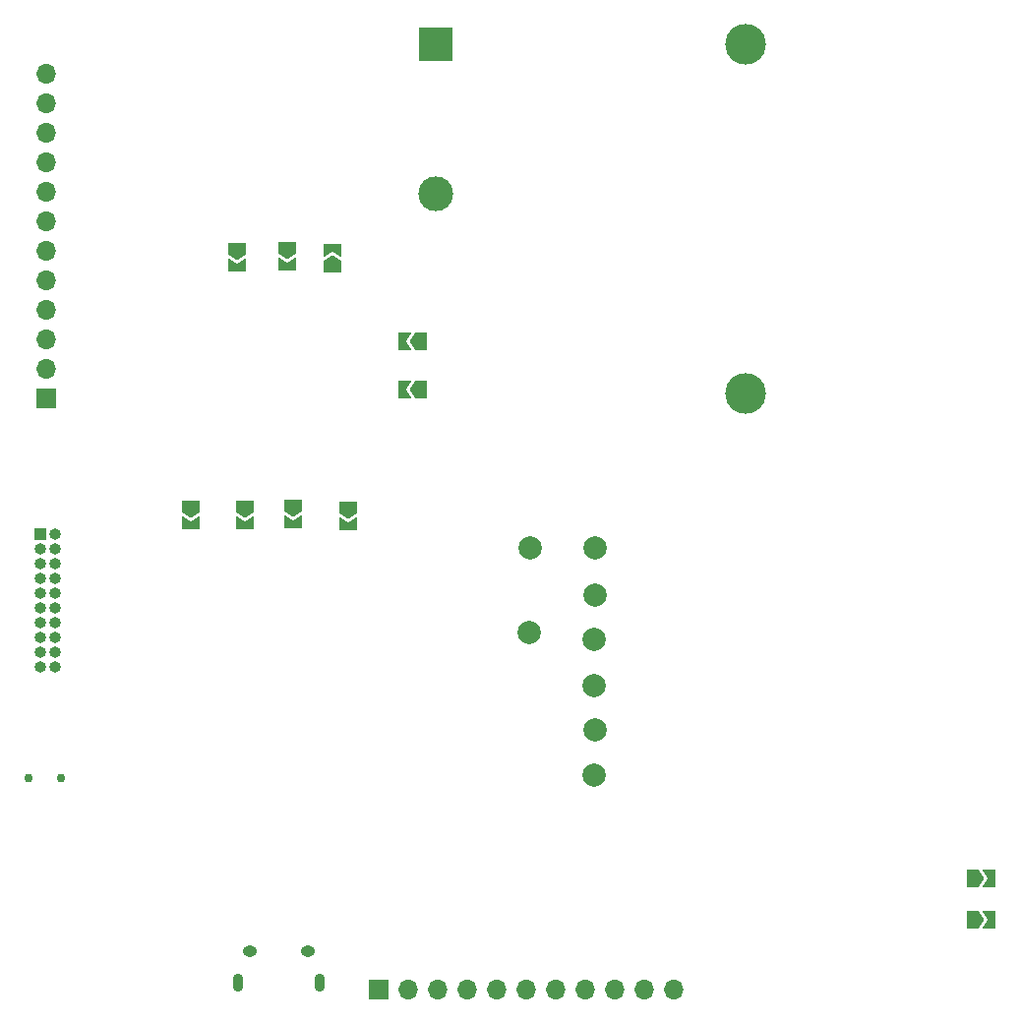
<source format=gbr>
%TF.GenerationSoftware,KiCad,Pcbnew,7.0.7*%
%TF.CreationDate,2024-05-08T11:13:53-07:00*%
%TF.ProjectId,Final_Project_Sutton_Yazzolino,46696e61-6c5f-4507-926f-6a6563745f53,rev?*%
%TF.SameCoordinates,Original*%
%TF.FileFunction,Soldermask,Bot*%
%TF.FilePolarity,Negative*%
%FSLAX46Y46*%
G04 Gerber Fmt 4.6, Leading zero omitted, Abs format (unit mm)*
G04 Created by KiCad (PCBNEW 7.0.7) date 2024-05-08 11:13:53*
%MOMM*%
%LPD*%
G01*
G04 APERTURE LIST*
G04 Aperture macros list*
%AMFreePoly0*
4,1,6,1.000000,0.000000,0.500000,-0.750000,-0.500000,-0.750000,-0.500000,0.750000,0.500000,0.750000,1.000000,0.000000,1.000000,0.000000,$1*%
%AMFreePoly1*
4,1,6,0.500000,-0.750000,-0.650000,-0.750000,-0.150000,0.000000,-0.650000,0.750000,0.500000,0.750000,0.500000,-0.750000,0.500000,-0.750000,$1*%
G04 Aperture macros list end*
%ADD10C,2.000000*%
%ADD11O,0.890000X1.550000*%
%ADD12O,1.250000X0.950000*%
%ADD13R,1.700000X1.700000*%
%ADD14O,1.700000X1.700000*%
%ADD15R,1.000000X1.000000*%
%ADD16O,1.000000X1.000000*%
%ADD17C,3.500000*%
%ADD18R,3.000000X3.000000*%
%ADD19C,3.000000*%
%ADD20C,0.750000*%
%ADD21FreePoly0,270.000000*%
%ADD22FreePoly1,270.000000*%
%ADD23FreePoly0,180.000000*%
%ADD24FreePoly1,180.000000*%
%ADD25FreePoly0,0.000000*%
%ADD26FreePoly1,0.000000*%
%ADD27FreePoly0,90.000000*%
%ADD28FreePoly1,90.000000*%
G04 APERTURE END LIST*
D10*
%TO.C,Ie1*%
X150825000Y-112600000D03*
%TD*%
D11*
%TO.C,J2*%
X120225000Y-142175000D03*
D12*
X121225000Y-139475000D03*
X126225000Y-139475000D03*
D11*
X127225000Y-142175000D03*
%TD*%
D13*
%TO.C,LEDmodule1*%
X132325000Y-142750000D03*
D14*
X134865000Y-142750000D03*
X137405000Y-142750000D03*
X139945000Y-142750000D03*
X142485000Y-142750000D03*
X145025000Y-142750000D03*
X147565000Y-142750000D03*
X150105000Y-142750000D03*
X152645000Y-142750000D03*
X155185000Y-142750000D03*
X157725000Y-142750000D03*
%TD*%
D13*
%TO.C,WifiModule1*%
X103650000Y-91825000D03*
D14*
X103650000Y-89285000D03*
X103650000Y-86745000D03*
X103650000Y-84205000D03*
X103650000Y-81665000D03*
X103650000Y-79125000D03*
X103650000Y-76585000D03*
X103650000Y-74045000D03*
X103650000Y-71505000D03*
X103650000Y-68965000D03*
X103650000Y-66425000D03*
X103650000Y-63885000D03*
%TD*%
D10*
%TO.C,USB_D+1*%
X145375000Y-104750000D03*
%TD*%
D15*
%TO.C,J3*%
X103200000Y-103525000D03*
D16*
X104470000Y-103525000D03*
X103200000Y-104795000D03*
X104470000Y-104795000D03*
X103200000Y-106065000D03*
X104470000Y-106065000D03*
X103200000Y-107335000D03*
X104470000Y-107335000D03*
X103200000Y-108605000D03*
X104470000Y-108605000D03*
X103200000Y-109875000D03*
X104470000Y-109875000D03*
X103200000Y-111145000D03*
X104470000Y-111145000D03*
X103200000Y-112415000D03*
X104470000Y-112415000D03*
X103200000Y-113685000D03*
X104470000Y-113685000D03*
X103200000Y-114955000D03*
X104470000Y-114955000D03*
%TD*%
D17*
%TO.C,BT1*%
X163875000Y-61400000D03*
X163875000Y-91400000D03*
D18*
X137175000Y-61400000D03*
D19*
X137175000Y-74200000D03*
%TD*%
D10*
%TO.C,TP1*%
X150950000Y-104700000D03*
%TD*%
%TO.C,TP4*%
X150825000Y-116575000D03*
%TD*%
%TO.C,TP5*%
X150900000Y-120350000D03*
%TD*%
%TO.C,TP2*%
X150900000Y-108825000D03*
%TD*%
%TO.C,TP6*%
X150825000Y-124275000D03*
%TD*%
%TO.C,USB_D-1*%
X145225000Y-112000000D03*
%TD*%
D20*
%TO.C,SW1*%
X102175000Y-124525000D03*
X104925000Y-124525000D03*
%TD*%
D21*
%TO.C,JP6*%
X120750000Y-101125000D03*
D22*
X120750000Y-102575000D03*
%TD*%
D21*
%TO.C,JP8*%
X124450000Y-78900000D03*
D22*
X124450000Y-80350000D03*
%TD*%
D21*
%TO.C,JP3*%
X129650000Y-101250000D03*
D22*
X129650000Y-102700000D03*
%TD*%
D21*
%TO.C,JP4*%
X124975000Y-101075000D03*
D22*
X124975000Y-102525000D03*
%TD*%
D23*
%TO.C,JP10*%
X135975000Y-91050000D03*
D24*
X134525000Y-91050000D03*
%TD*%
D25*
%TO.C,JP1*%
X183450000Y-136750000D03*
D26*
X184900000Y-136750000D03*
%TD*%
D23*
%TO.C,JP11*%
X135975000Y-86950000D03*
D24*
X134525000Y-86950000D03*
%TD*%
D21*
%TO.C,JP5*%
X116175000Y-101175000D03*
D22*
X116175000Y-102625000D03*
%TD*%
D25*
%TO.C,JP2*%
X183450000Y-133200000D03*
D26*
X184900000Y-133200000D03*
%TD*%
D27*
%TO.C,JP7*%
X128350000Y-80475000D03*
D28*
X128350000Y-79025000D03*
%TD*%
D21*
%TO.C,JP9*%
X120075000Y-78950000D03*
D22*
X120075000Y-80400000D03*
%TD*%
M02*

</source>
